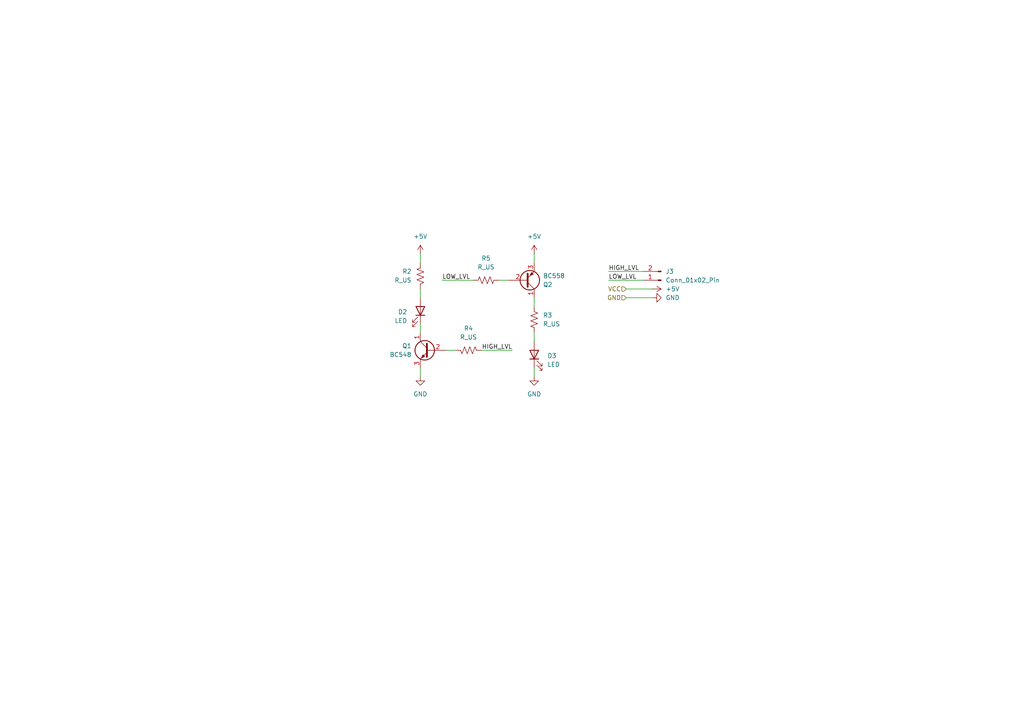
<source format=kicad_sch>
(kicad_sch (version 20230121) (generator eeschema)
  (paper "A4")
  (lib_symbols
    (symbol "Connector:Conn_01x02_Pin" (pin_names (offset 1.016) hide)
      (property "Reference" "J" (at 0 2.54 0))
      (property "Value" "Conn_01x02_Pin" (at 0 -5.08 0))
      (symbol "Conn_01x02_Pin_1_1"
        (polyline (pts (xy 1.27 -2.54) (xy 0.8636 -2.54)) (stroke (width 0.1524)))
        (polyline (pts (xy 1.27 0) (xy 0.8636 0)) (stroke (width 0.1524)))
        (rectangle (start 0.8636 -2.413) (end 0 -2.667) (stroke (width 0.1524)) (fill (type outline)))
        (rectangle (start 0.8636 0.127) (end 0 -0.127) (stroke (width 0.1524)) (fill (type outline)))
        (pin passive line (at 5.08 0 180) (length 3.81) (name "Pin_1") (number "1"))
        (pin passive line (at 5.08 -2.54 180) (length 3.81) (name "Pin_2") (number "2"))
      )
    )
    (symbol "Device:LED" (pin_numbers hide) (pin_names (offset 1.016) hide)
      (property "Reference" "D" (at 0 2.54 0))
      (property "Value" "LED" (at 0 -2.54 0))
      (symbol "LED_0_1"
        (polyline (pts (xy -1.27 -1.27) (xy -1.27 1.27)) (stroke (width 0.254)))
        (polyline (pts (xy -1.27 0) (xy 1.27 0)))
        (polyline (pts (xy 1.27 -1.27) (xy 1.27 1.27) (xy -1.27 0) (xy 1.27 -1.27)) (stroke (width 0.254)))
        (polyline (pts (xy -3.048 -0.762) (xy -4.572 -2.286) (xy -3.81 -2.286) (xy -4.572 -2.286) (xy -4.572 -1.524)))
        (polyline (pts (xy -1.778 -0.762) (xy -3.302 -2.286) (xy -2.54 -2.286) (xy -3.302 -2.286) (xy -3.302 -1.524)))
      )
      (symbol "LED_1_1"
        (pin passive line (at -3.81 0 0) (length 2.54) (name "K") (number "1"))
        (pin passive line (at 3.81 0 180) (length 2.54) (name "A") (number "2"))
      )
    )
    (symbol "Device:R_US" (pin_numbers hide) (pin_names (offset 0))
      (property "Reference" "R" (at 2.54 0 90))
      (property "Value" "R_US" (at -2.54 0 90))
      (symbol "R_US_0_1"
        (polyline (pts (xy 0 -2.286) (xy 0 -2.54)))
        (polyline (pts (xy 0 2.286) (xy 0 2.54)))
        (polyline (pts (xy 0 -0.762) (xy 1.016 -1.143) (xy 0 -1.524) (xy -1.016 -1.905) (xy 0 -2.286)))
        (polyline (pts (xy 0 0.762) (xy 1.016 0.381) (xy 0 0) (xy -1.016 -0.381) (xy 0 -0.762)))
        (polyline (pts (xy 0 2.286) (xy 1.016 1.905) (xy 0 1.524) (xy -1.016 1.143) (xy 0 0.762)))
      )
      (symbol "R_US_1_1"
        (pin passive line (at 0 3.81 270) (length 1.27) (name "~") (number "1"))
        (pin passive line (at 0 -3.81 90) (length 1.27) (name "~") (number "2"))
      )
    )
    (symbol "Transistor_BJT:BC548" (pin_names (offset 0) hide)
      (property "Reference" "Q" (at 5.08 1.905 0))
      (property "Value" "BC548" (at 5.08 0 0))
      (symbol "BC548_0_1"
        (polyline (pts (xy 0 0) (xy 0.635 0)))
        (polyline (pts (xy 0.635 0.635) (xy 2.54 2.54)))
        (polyline (pts (xy 0.635 -0.635) (xy 2.54 -2.54) (xy 2.54 -2.54)))
        (polyline (pts (xy 0.635 1.905) (xy 0.635 -1.905) (xy 0.635 -1.905)) (stroke (width 0.508)))
        (polyline (pts (xy 1.27 -1.778) (xy 1.778 -1.27) (xy 2.286 -2.286) (xy 1.27 -1.778) (xy 1.27 -1.778)) (fill (type outline)))
        (circle (center 1.27 0) (radius 2.8194) (stroke (width 0.254)))
      )
      (symbol "BC548_1_1"
        (pin passive line (at 2.54 5.08 270) (length 2.54) (name "C") (number "1"))
        (pin input line (at -5.08 0 0) (length 5.08) (name "B") (number "2"))
        (pin passive line (at 2.54 -5.08 90) (length 2.54) (name "E") (number "3"))
      )
    )
    (symbol "Transistor_BJT:BC558" (pin_names (offset 0) hide)
      (property "Reference" "Q" (at 5.08 1.905 0))
      (property "Value" "BC558" (at 5.08 0 0))
      (symbol "BC558_0_1"
        (polyline (pts (xy 0.635 0.635) (xy 2.54 2.54)))
        (polyline (pts (xy 0.635 -0.635) (xy 2.54 -2.54) (xy 2.54 -2.54)))
        (polyline (pts (xy 0.635 1.905) (xy 0.635 -1.905) (xy 0.635 -1.905)) (stroke (width 0.508)))
        (polyline (pts (xy 2.286 -1.778) (xy 1.778 -2.286) (xy 1.27 -1.27) (xy 2.286 -1.778) (xy 2.286 -1.778)) (fill (type outline)))
        (circle (center 1.27 0) (radius 2.8194) (stroke (width 0.254)))
      )
      (symbol "BC558_1_1"
        (pin passive line (at 2.54 5.08 270) (length 2.54) (name "C") (number "1"))
        (pin input line (at -5.08 0 0) (length 5.715) (name "B") (number "2"))
        (pin passive line (at 2.54 -5.08 90) (length 2.54) (name "E") (number "3"))
      )
    )
    (symbol "power:+5V" (power) (pin_names (offset 0))
      (property "Value" "+5V" (at 0 3.556 0))
      (symbol "+5V_0_1"
        (polyline (pts (xy -0.762 1.27) (xy 0 2.54)))
        (polyline (pts (xy 0 0) (xy 0 2.54)))
        (polyline (pts (xy 0 2.54) (xy 0.762 1.27)))
      )
      (symbol "+5V_1_1"
        (pin power_in line (at 0 0 90) (length 0) hide (name "+5V") (number "1"))
      )
    )
    (symbol "power:GND" (power) (pin_names (offset 0))
      (property "Value" "GND" (at 0 -3.81 0))
      (symbol "GND_0_1"
        (polyline (pts (xy 0 0) (xy 0 -1.27) (xy 1.27 -1.27) (xy 0 -2.54) (xy -1.27 -1.27) (xy 0 -1.27)))
      )
      (symbol "GND_1_1"
        (pin power_in line (at 0 0 270) (length 0) hide (name "GND") (number "1"))
      )
    )
  )
  (wire (pts (xy 137.16 81.28) (xy 128.27 81.28)))
  (wire (pts (xy 139.7 101.6) (xy 148.59 101.6)))
  (wire (pts (xy 181.61 86.36) (xy 189.23 86.36)))
  (wire (pts (xy 144.78 81.28) (xy 147.32 81.28)))
  (wire (pts (xy 121.92 83.82) (xy 121.92 86.36)))
  (wire (pts (xy 121.92 73.66) (xy 121.92 76.2)))
  (wire (pts (xy 154.94 86.36) (xy 154.94 88.9)))
  (wire (pts (xy 121.92 93.98) (xy 121.92 96.52)))
  (wire (pts (xy 176.53 81.28) (xy 186.69 81.28)))
  (wire (pts (xy 132.08 101.6) (xy 129.54 101.6)))
  (wire (pts (xy 176.53 78.74) (xy 186.69 78.74)))
  (wire (pts (xy 154.94 106.68) (xy 154.94 109.22)))
  (wire (pts (xy 181.61 83.82) (xy 189.23 83.82)))
  (wire (pts (xy 154.94 96.52) (xy 154.94 99.06)))
  (wire (pts (xy 154.94 73.66) (xy 154.94 76.2)))
  (wire (pts (xy 121.92 106.68) (xy 121.92 109.22)))
  (label "LOW_LVL" (at 128.27 81.28 0))
  (label "LOW_LVL" (at 176.53 81.28 0))
  (label "HIGH_LVL" (at 176.53 78.74 0))
  (label "HIGH_LVL" (at 148.59 101.6 180))
  (hierarchical_label "GND" (shape input) (at 181.61 86.36 180))
  (hierarchical_label "VCC" (shape input) (at 181.61 83.82 180))
  (symbol (lib_id "Transistor_BJT:BC548") (at 124.46 101.6 0) (mirror y) (unit 1)
    (property "Reference" "Q1" (at 119.38 100.33 0) (effects (justify left)))
    (property "Value" "BC548" (at 119.38 102.87 0) (effects (justify left)))
    (property "Footprint" "Package_TO_SOT_THT:TO-92_Inline_Wide" (effects hide))
    (property "Datasheet" "https://www.onsemi.com/pub/Collateral/BC550-D.pdf" (effects hide))
  )
  (symbol (lib_id "Device:R_US") (at 140.97 81.28 90) (unit 1)
    (property "Reference" "R5" (at 140.97 74.93 90))
    (property "Value" "R_US" (at 140.97 77.47 90))
    (property "Footprint" "Resistor_THT:R_Axial_DIN0207_L6.3mm_D2.5mm_P2.54mm_Vertical" (effects hide))
    (instances (project "preperf_10x10" (path "" (reference "R5") (unit 1)) (path "" (reference "R3") (unit 1))))
  )
  (symbol (lib_id "power:GND") (at 189.23 86.36 90) (mirror x) (unit 1)
    (property "Reference" "#PWR011" (effects hide))
    (property "Value" "GND" (at 193.04 86.36 90) (effects (justify right)))
    (instances (project "preperf_10x10" (path "" (reference "#PWR011") (unit 1)) (path "" (reference "#PWR010") (unit 1))))
  )
  (symbol (lib_id "Device:R_US") (at 154.94 92.71 180) (unit 1)
    (property "Reference" "R3" (at 157.48 91.44 0) (effects (justify right)))
    (property "Value" "R_US" (at 157.48 93.98 0) (effects (justify right)))
    (property "Footprint" "Resistor_THT:R_Axial_DIN0207_L6.3mm_D2.5mm_P2.54mm_Vertical" (effects hide))
    (instances (project "preperf_10x10" (path "" (reference "R3") (unit 1)) (path "" (reference "R4") (unit 1))))
  )
  (symbol (lib_id "power:+5V") (at 189.23 83.82 270) (unit 1)
    (property "Reference" "#PWR09" (effects hide))
    (property "Value" "+5V" (at 193.04 83.82 90) (effects (justify left)))
  )
  (symbol (lib_id "Device:LED") (at 154.94 102.87 90) (unit 1)
    (property "Reference" "D3" (at 158.75 103.1875 90) (effects (justify right)))
    (property "Value" "LED" (at 158.75 105.7275 90) (effects (justify right)))
    (property "Footprint" "LED_THT:LED_D3.0mm" (effects hide))
    (instances (project "preperf_10x10" (path "" (reference "D3") (unit 1)) (path "" (reference "D2") (unit 1))))
  )
  (symbol (lib_id "Device:LED") (at 121.92 90.17 270) (mirror x) (unit 1)
    (property "Reference" "D2" (at 118.11 90.4875 90) (effects (justify right)))
    (property "Value" "LED" (at 118.11 93.0275 90) (effects (justify right)))
    (property "Footprint" "LED_THT:LED_D3.0mm" (effects hide))
    (instances (project "preperf_10x10" (path "" (reference "D2") (unit 1)) (path "" (reference "D1") (unit 1))))
  )
  (symbol (lib_id "Connector:Conn_01x02_Pin") (at 191.77 81.28 180) (unit 1)
    (property "Reference" "J3" (at 193.04 78.74 0) (effects (justify right)))
    (property "Value" "Conn_01x02_Pin" (at 193.04 81.28 0) (effects (justify right)))
    (property "Footprint" "Connector_Molex:Molex_KK-254_AE-6410-02A_1x02_P2.54mm_Vertical" (effects hide))
    (instances (project "preperf_10x10" (path "" (reference "J3") (unit 1)) (path "" (reference "J2") (unit 1))))
  )
  (symbol (lib_id "power:GND") (at 154.94 109.22 0) (unit 1)
    (property "Reference" "#PWR010" (effects hide))
    (property "Value" "GND" (at 154.94 114.3 0))
    (instances (project "preperf_10x10" (path "" (reference "#PWR010") (unit 1)) (path "" (reference "#PWR08") (unit 1))))
  )
  (symbol (lib_id "Device:R_US") (at 135.89 101.6 270) (mirror x) (unit 1)
    (property "Reference" "R4" (at 135.89 95.25 90))
    (property "Value" "R_US" (at 135.89 97.79 90))
    (property "Footprint" "Resistor_THT:R_Axial_DIN0207_L6.3mm_D2.5mm_P2.54mm_Vertical" (effects hide))
    (instances (project "preperf_10x10" (path "" (reference "R4") (unit 1)) (path "" (reference "R2") (unit 1))))
  )
  (symbol (lib_id "power:+5V") (at 121.92 73.66 0) (mirror y) (unit 1)
    (property "Reference" "#PWR09" (effects hide))
    (property "Value" "+5V" (at 121.92 68.58 0))
    (instances (project "preperf_10x10" (path "" (reference "#PWR09") (unit 1)) (path "" (reference "#PWR05") (unit 1))))
  )
  (symbol (lib_id "Transistor_BJT:BC558") (at 152.4 81.28 0) (mirror x) (unit 1)
    (property "Reference" "Q2" (at 157.48 82.55 0) (effects (justify left)))
    (property "Value" "BC558" (at 157.48 80.01 0) (effects (justify left)))
    (property "Footprint" "Package_TO_SOT_THT:TO-92_Inline_Wide" (effects hide))
    (property "Datasheet" "https://www.onsemi.com/pub/Collateral/BC556BTA-D.pdf" (effects hide))
  )
  (symbol (lib_id "power:GND") (at 121.92 109.22 0) (mirror y) (unit 1)
    (property "Reference" "#PWR011" (effects hide))
    (property "Value" "GND" (at 121.92 114.3 0))
    (instances (project "preperf_10x10" (path "" (reference "#PWR011") (unit 1)) (path "" (reference "#PWR06") (unit 1))))
  )
  (symbol (lib_id "Device:R_US") (at 121.92 80.01 0) (mirror y) (unit 1)
    (property "Reference" "R2" (at 119.38 78.74 0) (effects (justify left)))
    (property "Value" "R_US" (at 119.38 81.28 0) (effects (justify left)))
    (property "Footprint" "Resistor_THT:R_Axial_DIN0207_L6.3mm_D2.5mm_P2.54mm_Vertical" (effects hide))
    (instances (project "preperf_10x10" (path "" (reference "R2") (unit 1)) (path "" (reference "R1") (unit 1))))
  )
  (symbol (lib_id "power:+5V") (at 154.94 73.66 0) (unit 1)
    (property "Reference" "#PWR012" (effects hide))
    (property "Value" "+5V" (at 154.94 68.58 0))
    (instances (project "preperf_10x10" (path "" (reference "#PWR012") (unit 1)) (path "" (reference "#PWR07") (unit 1))))
  )
)
</source>
